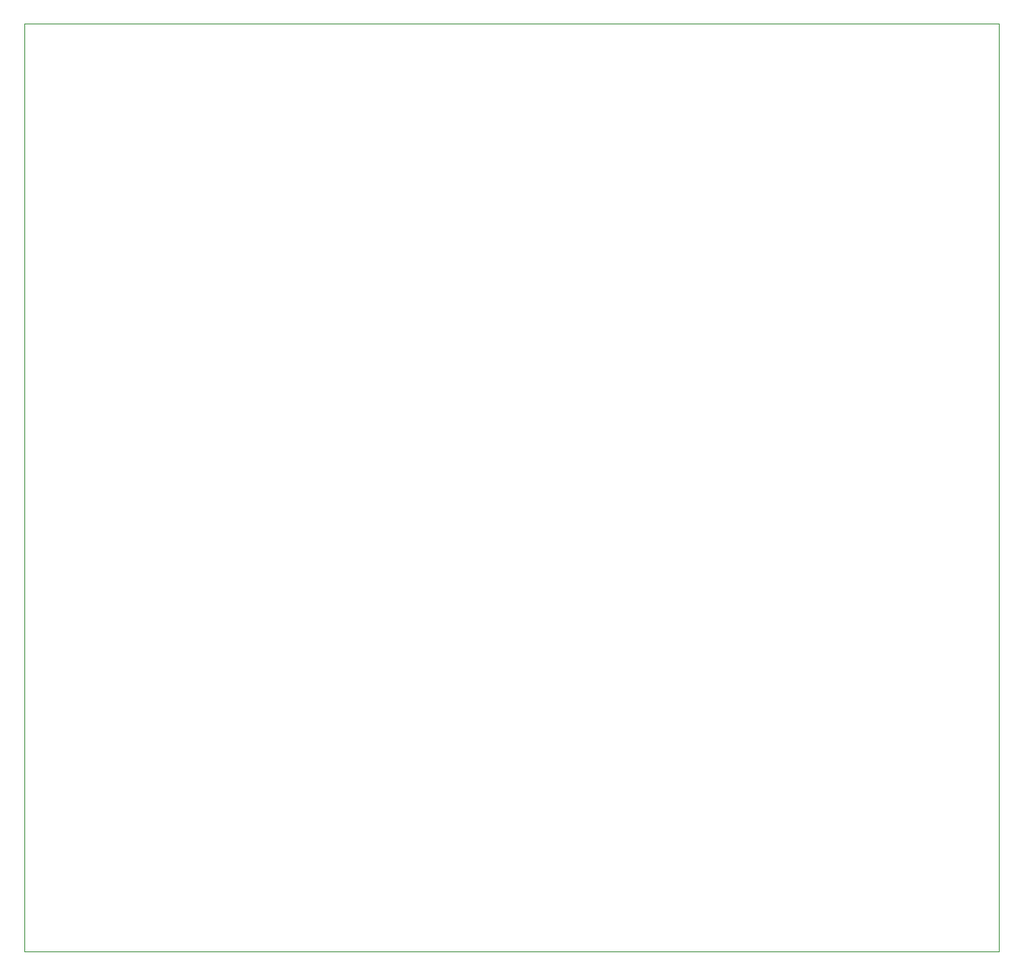
<source format=gbr>
%TF.GenerationSoftware,KiCad,Pcbnew,8.0.8*%
%TF.CreationDate,2025-10-11T21:39:39+03:00*%
%TF.ProjectId,Dual solar tracking system before routing Austin,4475616c-2073-46f6-9c61-722074726163,rev?*%
%TF.SameCoordinates,Original*%
%TF.FileFunction,Profile,NP*%
%FSLAX46Y46*%
G04 Gerber Fmt 4.6, Leading zero omitted, Abs format (unit mm)*
G04 Created by KiCad (PCBNEW 8.0.8) date 2025-10-11 21:39:39*
%MOMM*%
%LPD*%
G01*
G04 APERTURE LIST*
%TA.AperFunction,Profile*%
%ADD10C,0.050000*%
%TD*%
G04 APERTURE END LIST*
D10*
X82500000Y-47500000D02*
X187500000Y-47500000D01*
X187500000Y-147500000D01*
X82500000Y-147500000D01*
X82500000Y-47500000D01*
M02*

</source>
